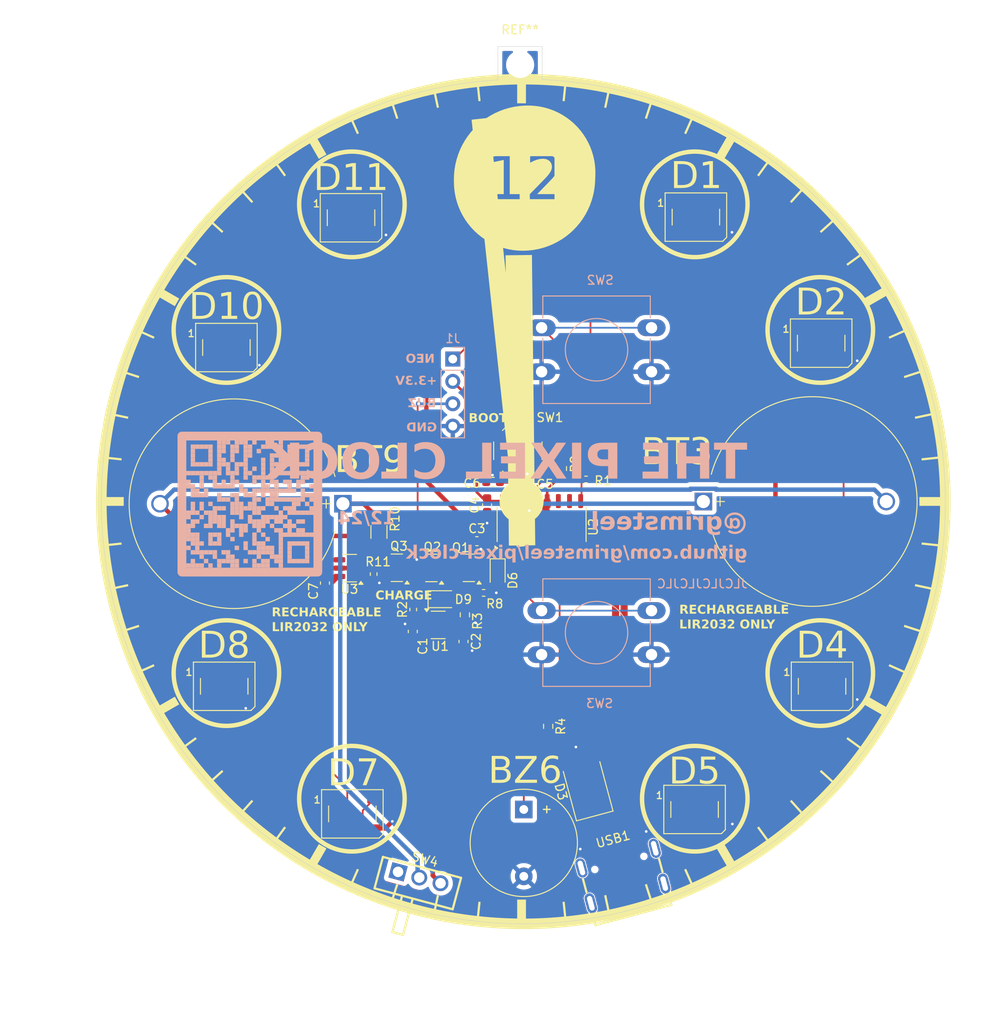
<source format=kicad_pcb>
(kicad_pcb (version 20241129) (generator "pcbnew") (generator_version "9.0")
  (layers (0 "F.Cu" signal) (2 "B.Cu" signal) (13 "F.Paste" user) (15 "B.Paste" user) (5 "F.SilkS" user "F.Silkscreen") (7 "B.SilkS" user "B.Silkscreen") (1 "F.Mask" user) (3 "B.Mask" user) (25 "Edge.Cuts" user))
  (net 0 "")
  (net 1 "BUZ")
  (net 2 "GND")
  (net 3 "+BATT")
  (net 4 "VBUS")
  (net 5 "+5V")
  (net 6 "+3.3V")
  (net 7 "Net-(U3-VCC)")
  (net 8 "Net-(D9-K)")
  (net 9 "-BATT")
  (net 10 "D+")
  (net 11 "BATT")
  (net 12 "D-")
  (net 15 "Net-(Q2-G)")
  (net 16 "Net-(Q2-D)")
  (net 17 "Net-(Q3-G)")
  (net 18 "WS2812B")
  (net 19 "Net-(U1-~{CHRG})")
  (net 20 "Net-(U1-PROG)")
  (net 21 "Net-(R9-Pad2)")
  (net 22 "Net-(U3-CS)")
  (net 23 "BTN1")
  (net 24 "BTN2")
  (net 27 "RST")
  (net 30 "Net-(U2-P1.1{slash}T2EX{slash}CAP2{slash}TIN1{slash}VBUS2{slash}AIN0)")
  (net 32 "Net-(D2-DOUT)")
  (net 33 "Net-(D4-DOUT)")
  (net 35 "Net-(D1-DOUT)")
  (net 36 "Net-(D5-DOUT)")
  (net 42 "Net-(D7-DOUT)")
  (net 43 "Net-(D10-DIN)")
  (net 44 "Net-(D10-DOUT)")
  (net 50 "Net-(BZ6-+)")
  (footprint "Package_TO_SOT_SMD:SOT-23-6" (layer "F.Cu") (at 187.25 82.07 180)
    (property "Reference" "U3")
    (property "Value" "DW01A")
  )
  (footprint "Package_TO_SOT_SMD:SOT-23" (layer "F.Cu") (at 200.8275 82.04 180)
    (property "Reference" "Q1")
    (property "Value" "AO3401A")
  )
  (footprint "Resistor_SMD:R_0603_1608Metric" (layer "F.Cu") (at 209.85 100.05 -90)
    (property "Reference" "R4")
    (property "Value" "220")
  )
  (footprint "Resistor_SMD:R_0402_1005Metric" (layer "F.Cu") (at 190 82.75 -90)
    (property "Reference" "R11")
    (property "Value" "1K")
  )
  (footprint "Capacitor_SMD:C_0603_1608Metric" (layer "F.Cu") (at 194.45 89.27 -90)
    (property "Reference" "C1")
    (property "Value" "10 uF")
  )
  (footprint "MountingHole:MountingHole_3mm" (layer "F.Cu") (at 206.66 24.87)
    (property "Reference" "REF**")
    (property "Value" "MountingHole_3mm")
  )
  (footprint "LED_SMD:LED_WS2812B_PLCC4_5.0x5.0mm_P3.2mm" (layer "F.Cu") (at 226.65 42.175)
    (property "Reference" "D1")
    (property "Value" "WS2812B")
  )
  (footprint "Package_TO_SOT_SMD:SOT-23-6" (layer "F.Cu") (at 197.3375 88.525)
    (property "Reference" "U1")
    (property "Value" "TP4057")
  )
  (footprint "LED_SMD:LED_WS2812B_PLCC4_5.0x5.0mm_P3.2mm" (layer "F.Cu") (at 187.425 42.25)
    (property "Reference" "D11")
    (property "Value" "WS2812B")
  )
  (footprint "Capacitor_SMD:C_0603_1608Metric" (layer "F.Cu") (at 202.9 74.9 90)
    (property "Reference" "C4")
    (property "Value" "100 nF")
  )
  (footprint "Package_TO_SOT_SMD:SOT-23" (layer "F.Cu") (at 196.5625 82.05 180)
    (property "Reference" "Q2")
    (property "Value" "AO3400A")
  )
  (footprint "Resistor_SMD:R_0805_2012Metric" (layer "F.Cu") (at 211.2 70.75 90)
    (property "Reference" "R9")
    (property "Value" "10K")
  )
  (footprint "LED_SMD:LED_WS2812B_PLCC4_5.0x5.0mm_P3.2mm" (layer "F.Cu") (at 173 95.5)
    (property "Reference" "D8")
    (property "Value" "WS2812B")
  )
  (footprint "Buzzer_Beeper:Buzzer_12x9.5RM7.6" (layer "F.Cu") (at 207.075 109.5 -90)
    (property "Reference" "BZ6")
    (property "Value" "Buzzer")
  )
  (footprint "Resistor_SMD:R_0603_1608Metric" (layer "F.Cu") (at 200.375 87.375 -90)
    (property "Reference" "R3")
    (property "Value" "27K")
  )
  (footprint "Package_SO:STC_SOP-16_3.9x9.9mm_P1.27mm" (layer "F.Cu") (at 209.1 77.1 90)
    (property "Reference" "U2")
    (property "Value" "CH552G")
  )
  (footprint "LED_SMD:LED_0805_2012Metric" (layer "F.Cu") (at 197.875 85.6)
    (property "Reference" "D9")
    (property "Value" "LED")
  )
  (footprint "LED_SMD:LED_WS2812B_PLCC4_5.0x5.0mm_P3.2mm" (layer "F.Cu") (at 241 95.5)
    (property "Reference" "D4")
    (property "Value" "WS2812B")
  )
  (footprint "Battery:BatteryHolder_MYOUNG_BS-07-A1BJ001_CR2032" (layer "F.Cu") (at 227.5 74.5)
    (property "Reference" "BT3")
    (property "Value" "Battery_Cell")
  )
  (footprint "Button_Switch_SMD:SW_Push_1P1T_XKB_TS-1187A" (layer "F.Cu") (at 206.4 68.725)
    (property "Reference" "SW1")
    (property "Value" "SW_Push")
  )
  (footprint "Resistor_SMD:R_0402_1005Metric" (layer "F.Cu") (at 194.5 86.775 -90)
    (property "Reference" "R2")
    (property "Value" "1K")
  )
  (footprint "lcsc-imports:SW-TH_K3-1260D-L1" (layer "F.Cu") (at 195.187919 117.238121 75)
    (property "Reference" "SW4")
    (property "Value" "SW_SPDT")
  )
  (footprint "Package_TO_SOT_SMD:SOT-23" (layer "F.Cu") (at 192.6375 82.03 180)
    (property "Reference" "Q3")
    (property "Value" "AO3400A")
  )
  (footprint "LED_SMD:LED_WS2812B_PLCC4_5.0x5.0mm_P3.2mm" (layer "F.Cu") (at 226.5 109.5)
    (property "Reference" "D5")
    (property "Value" "WS2812B")
  )
  (footprint "Diode_SMD:D_SOD-323" (layer "F.Cu") (at 204.1 82.625 -90)
    (property "Reference" "D6")
    (property "Value" "1N5819WS")
  )
  (footprint "Capacitor_SMD:C_0603_1608Metric" (layer "F.Cu") (at 200.22 90.41 -90)
    (property "Reference" "C2")
    (property "Value" "100 nF")
  )
  (footprint "Resistor_SMD:R_0402_1005Metric" (layer "F.Cu") (at 214.15 72)
    (property "Reference" "R1")
    (property "Value" "330")
  )
  (footprint "Resistor_SMD:R_0402_1005Metric" (layer "F.Cu") (at 202.51 84.88)
    (property "Reference" "R8")
    (property "Value" "100K")
  )
  (footprint "Capacitor_SMD:C_0603_1608Metric" (layer "F.Cu") (at 203.58 72.27)
    (property "Reference" "C6")
    (property "Value" "10 uF")
  )
  (footprint "lcsc-imports:USB-C_UC09-0B16F00P11" (layer "F.Cu") (at 218.25681 116.742998 15)
    (property "Reference" "USB1")
    (property "Value" "UC09-0B16F00P11")
  )
  (footprint "Capacitor_SMD:C_0603_1608Metric" (layer "F.Cu") (at 184.46 83.765 -90)
    (property "Reference" "C7")
    (property "Value" "100 nF")
  )
  (footprint "Battery:BatteryHolder_MYOUNG_BS-07-A1BJ001_CR2032" (layer "F.Cu") (at 186.5 74.75 180)
    (property "Reference" "BT9")
    (property "Value" "Battery_Cell")
  )
  (footprint "LED_SMD:LED_WS2812B_PLCC4_5.0x5.0mm_P3.2mm" (layer "F.Cu") (at 240.9 56.5)
    (property "Reference" "D2")
    (property "Value" "WS2812B")
  )
  (footprint "LED_SMD:LED_WS2812B_PLCC4_5.0x5.0mm_P3.2mm" (layer "F.Cu") (at 187.575 110)
    (property "Reference" "D7")
    (property "Value" "WS2812B")
  )
  (footprint "Diode_SMD:D_SMB" (layer "F.Cu") (at 214.2 106.7 105)
    (property "Reference" "D3")
    (property "Value" "P6SMB6.8CA")
  )
  (footprint "LED_SMD:LED_WS2812B_PLCC4_5.0x5.0mm_P3.2mm" (layer "F.Cu") (at 173.25 57)
    (property "Reference" "D10")
    (property "Value" "WS2812B")
  )
  (footprint "Resistor_SMD:R_1206_3216Metric" (layer "F.Cu") (at 190.6 77.9625 -90)
    (property "Reference" "R10")
    (property "Value" "100")
  )
  (footprint "Capacitor_SMD:C_0603_1608Metric" (layer "F.Cu") (at 206.62 72.35)
    (property "Reference" "C5")
    (property "Value" "100 nF")
  )
  (footprint "Capacitor_SMD:C_0603_1608Metric" (layer "F.Cu") (at 201.74 79.01)
    (property "Reference" "C3")
    (property "Value" "1 uF")
  )
  (footprint "custom-footprints:qrcode" (layer "B.Cu") (at 175.94 74.77 180)
    (property "Reference" "QR*****" (hide yes))
    (property "Value" "https://github.com/grimsteel/pixel-clock" (hide yes))
  )
  (footprint "Button_Switch_THT:SW_PUSH-12mm" (layer "B.Cu") (at 221.6 86.9 180)
    (property "Reference" "SW3")
    (property "Value" "SW_Push")
  )
  (footprint "Button_Switch_THT:SW_PUSH-12mm" (layer "B.Cu") (at 221.6 54.75 180)
    (property "Reference" "SW2")
    (property "Value" "SW_Push")
  )
  (footprint "Connector_PinHeader_2.54mm:PinHeader_1x04_P2.54mm_Vertical" (layer "B.Cu") (at 199 58.31 180)
    (property "Reference" "J1")
    (property "Value" "Conn_01x04_Pin")
  )
  (gr_poly (pts (xy 167.885299 51.434617) (xy 165.720236 50.184617) (xy 165.407736 50.725883) (xy 165.220236 51.050643) (xy 167.385299 52.300643)) (fill yes) (layer "F.SilkS"))
  (gr_poly (pts (xy 225.316957 116.338177) (xy 226.130431 118.165268) (xy 226.358817 118.063584) (xy 225.545344 116.236493)) (fill yes) (layer "F.SilkS"))
  (gr_poly (pts (xy 180.032901 111.578631) (xy 178.85733 113.196665) (xy 178.655076 113.049718) (xy 179.830647 111.431684)) (fill yes) (layer "F.SilkS"))
  (gr_poly (pts (xy 221.079359 117.964838) (xy 221.697393 119.866952) (xy 221.459628 119.944206) (xy 220.841594 118.042093)) (fill yes) (layer "F.SilkS"))
  (gr_poly (pts (xy 252.072949 73.99263) (xy 254.572949 73.99263) (xy 254.572949 74.99263) (xy 252.072949 74.99263)) (fill yes) (layer "F.SilkS"))
  (gr_poly (pts (xy 233.815251 37.553576) (xy 233.612997 37.406629) (xy 234.788568 35.788595) (xy 234.990822 35.935542)) (fill yes) (layer "F.SilkS"))
  (gr_poly (pts (xy 211.689868 121.994117) (xy 211.938498 121.967984) (xy 211.729441 119.978941) (xy 211.480811 120.005073)) (fill yes) (layer "F.SilkS"))
  (gr_circle (center 173.25 94) (end 179.25 94) (stroke (width 0.5)) (fill no) (layer "F.SilkS"))
  (gr_poly (pts (xy 172.740432 43.972798) (xy 171.254142 42.634537) (xy 171.421425 42.44875) (xy 172.907715 43.787012)) (fill yes) (layer "F.SilkS"))
  (gr_poly (pts (xy 253.503508 84.542682) (xy 253.555486 84.298145) (xy 251.599191 83.882321) (xy 251.547213 84.126858)) (fill yes) (layer "F.SilkS"))
  (gr_poly (pts (xy 250.393903 94.028498) (xy 250.495587 93.800112) (xy 248.668496 92.986638) (xy 248.566812 93.215025)) (fill yes) (layer "F.SilkS"))
  (gr_poly (pts (xy 178.85733 35.788595) (xy 178.655076 35.935542) (xy 179.830647 37.553576) (xy 180.032901 37.406629)) (fill yes) (layer "F.SilkS"))
  (gr_circle (center 187.524991 108.274991) (end 193.524991 108.274991) (stroke (width 0.5)) (fill no) (layer "F.SilkS"))
  (gr_poly (pts (xy 162.046707 83.882321) (xy 160.090412 84.298145) (xy 160.14239 84.542682) (xy 162.098685 84.126858)) (fill yes) (layer "F.SilkS"))
  (gr_poly (pts (xy 234.788568 113.196665) (xy 234.990822 113.049718) (xy 233.815251 111.431684) (xy 233.612997 111.578631)) (fill yes) (layer "F.SilkS"))
  (gr_poly (pts (xy 183.380962 32.889917) (xy 182.514936 33.389917) (xy 183.764936 35.55498) (xy 184.630962 35.05498)) (fill yes) (layer "F.SilkS"))
  (gr_poly (pts (xy 192.566539 117.964838) (xy 192.804304 118.042093) (xy 192.18627 119.944206) (xy 191.948505 119.866952)) (fill yes) (layer "F.SilkS"))
  (gr_circle (center 226.524991 108.274991) (end 232.524991 108.274991) (stroke (width 0.5)) (fill no) (layer "F.SilkS"))
  (gr_poly (pts (xy 202.165087 28.980187) (xy 201.916457 29.006319) (xy 201.7074 27.017276) (xy 201.95603 26.991143)) (fill yes) (layer "F.SilkS"))
  (gr_poly (pts (xy 237.528567 108.407864) (xy 238.866829 109.894154) (xy 238.681042 110.061437) (xy 237.342781 108.575147)) (fill yes) (layer "F.SilkS"))
  (gr_poly (pts (xy 229.880962 35.55498) (xy 231.130962 33.389917) (xy 230.589696 33.077417) (xy 230.264936 32.889917) (xy 229.014936 35.05498)) (fill yes) (layer "F.SilkS"))
  (gr_poly (pts (xy 169.883895 47.500328) (xy 169.736948 47.702582) (xy 168.118914 46.527011) (xy 168.265861 46.324757)) (fill yes) (layer "F.SilkS"))
  (gr_poly (pts (xy 216.457177 119.216894) (xy 216.873001 121.173189) (xy 216.628464 121.225167) (xy 216.21264 119.268872)) (fill yes) (layer "F.SilkS"))
  (gr_poly (pts (xy 164.977402 55.998622) (xy 163.150311 55.185148) (xy 163.251995 54.956762) (xy 165.079086 55.770235)) (fill yes) (layer "F.SilkS"))
  (gr_poly (pts (xy 242.391756 42.634537) (xy 242.224473 42.44875) (xy 240.738183 43.787012) (xy 240.905466 43.972798)) (fill yes) (layer "F.SilkS"))
  (gr_poly (pts (xy 211.729441 29.006319) (xy 211.938498 27.017276) (xy 211.689868 26.991143) (xy 211.480811 28.980187)) (fill yes) (layer "F.SilkS"))
  (gr_poly (pts (xy 163.273486 60.473985) (xy 161.371373 59.855951) (xy 161.448627 59.618186) (xy 163.350741 60.23622)) (fill yes) (layer "F.SilkS"))
  (gr_poly (pts (xy 248.113162 50.509377) (xy 247.925662 50.184617) (xy 245.760599 51.434617) (xy 246.260599 52.300643) (xy 248.425662 51.050643)) (fill yes) (layer "F.SilkS"))
  (gr_poly (pts (xy 192.18627 29.041054) (xy 191.948505 29.118308) (xy 192.566539 31.020422) (xy 192.804304 30.943167)) (fill yes) (layer "F.SilkS"))
  (gr_poly (pts (xy 169.883895 101.484932) (xy 168.265861 102.660503) (xy 168.118914 102.458249) (xy 169.736948 101.282678)) (fill yes) (layer "F.SilkS"))
  (gr_circle (center 240.799982 55) (end 246.799982 55) (stroke (width 0.5)) (fill no) (layer "F.SilkS"))
  (gr_poly (pts (xy 197.188721 119.216894) (xy 197.433258 119.268872) (xy 197.017434 121.225167) (xy 196.772897 121.173189)) (fill yes) (layer "F.SilkS"))
  (gr_poly (pts (xy 254.324436 69.625711) (xy 254.298303 69.377081) (xy 252.30926 69.586138) (xy 252.335392 69.834768)) (fill yes) (layer "F.SilkS"))
  (gr_poly (pts (xy 250.495587 55.185148) (xy 250.393903 54.956762) (xy 248.566812 55.770235) (xy 248.668496 55.998622)) (fill yes) (layer "F.SilkS"))
  (gr_poly (pts (xy 187.515467 30.819992) (xy 187.287081 30.921676) (xy 188.100554 32.748767) (xy 188.328941 32.647083)) (fill yes) (layer "F.SilkS"))
  (gr_poly (pts (xy 206.322949 119.74263) (xy 206.322949 122.24263) (xy 206.947949 122.24263) (xy 207.322949 122.24263) (xy 207.322949 119.74263)) (fill yes) (layer "F.SilkS"))
  (gr_poly (pts (xy 162.046707 65.102939) (xy 160.090412 64.687115) (xy 160.14239 64.442578) (xy 162.098685 64.858402)) (fill yes) (layer "F.SilkS"))
  (gr_poly (pts (xy 216.457177 29.768366) (xy 216.21264 29.716388) (xy 216.628464 27.760093) (xy 216.873001 27.812071)) (fill yes) (layer "F.SilkS"))
  (gr_circle (center 226.524991 40.725009) (end 232.524991 40.725009) (stroke (width 0.5)) (fill no) (layer "F.SilkS"))
  (gr_poly (pts (xy 201.916457 119.978941) (xy 202.165087 120.005073) (xy 201.95603 121.994117) (xy 201.7074 121.967984)) (fill yes) (layer "F.SilkS"))
  (gr_poly (pts (xy 163.150311 93.800112) (xy 163.251995 94.028498) (xy 165.079086 93.215025) (xy 164.977402 92.986638)) (fill yes) (layer "F.SilkS"))
  (gr_poly (pts (xy 203.125181 30.887547) (xy 201.136715 31.102037) (xy 205.264097 69.365491) (arc (start 205.30013 72.509952) (mid 204.323114 74.521277) (end 205.345965 76.509686)) (xy 205.380341 79.50949) (xy 208.380144 79.475114) (arc (start 208.345768 76.475311) (mid 209.322785 74.463983) (end 208.299933 72.475573)) (xy 208.002038 46.479841) (xy 205.002235 46.514216) (xy 205.024991 48.5)) (fill yes) (layer "F.SilkS"))
  (gr_circle (center 207.024991 74.5) (end 255.024991 74.5) (stroke (width 1.2)) (fill no) (layer "F.SilkS"))
  (gr_poly (pts (xy 188.100554 116.236493) (xy 187.287081 118.063584) (xy 187.515467 118.165268) (xy 188.328941 116.338177)) (fill yes) (layer "F.SilkS"))
  (gr_circle (center 187.524991 40.725009) (end 193.524991 40.725009) (stroke (width 0.5)) (fill no) (layer "F.SilkS"))
  (gr_circle (center 240.799982 94) (end 246.799982 94) (stroke (width 0.5)) (fill no) (layer "F.SilkS"))
  (gr_poly (pts (xy 184.630962 113.93028) (xy 183.380962 116.095343) (xy 182.839696 115.782843) (xy 182.514936 115.595343) (xy 183.764936 113.43028)) (fill yes) (layer "F.SilkS"))
  (gr_poly (pts (xy 243.90895 101.282678) (xy 245.526984 102.458249) (xy 245.380037 102.660503) (xy 243.762003 101.484932)) (fill yes) (layer "F.SilkS"))
  (gr_poly (pts (xy 243.90895 47.702582) (xy 245.526984 46.527011) (xy 245.380037 46.324757) (xy 243.762003 47.500328)) (fill yes) (layer "F.SilkS"))
  (gr_poly (pts (xy 197.433258 29.716388) (xy 197.017434 27.760093) (xy 196.772897 27.812071) (xy 197.188721 29.768366)) (fill yes) (layer "F.SilkS"))
  (gr_line (start 207.120394 79.48955) (end 206.364943 79.571038) (stroke (width 0.2)) (layer "F.SilkS"))
  (gr_poly (pts (xy 251.547213 64.858402) (xy 253.503508 64.442578) (xy 253.555486 64.687115) (xy 251.599191 65.102939)) (fill yes) (layer "F.SilkS"))
  (gr_poly (pts (xy 176.117331 108.407864) (xy 174.779069 109.894154) (xy 174.964856 110.061437) (xy 176.303117 108.575147)) (fill yes) (layer "F.SilkS"))
  (gr_circle (center 173.25 55) (end 179.25 55) (stroke (width 0.5)) (fill no) (layer "F.SilkS"))
  (gr_poly (pts (xy 250.372412 60.473985) (xy 250.295157 60.23622) (xy 252.197271 59.618186) (xy 252.274525 59.855951)) (fill yes) (layer "F.SilkS"))
  (gr_poly (pts (xy 161.336638 69.586138) (xy 161.310506 69.834768) (xy 159.321462 69.625711) (xy 159.347595 69.377081)) (fill yes) (layer "F.SilkS"))
  (gr_poly (pts (xy 207.322949 29.24263) (xy 207.322949 26.74263) (xy 206.322949 26.74263) (xy 206.322949 29.24263)) (fill yes) (layer "F.SilkS"))
  (gr_poly (pts (xy 246.260599 96.684617) (xy 248.425662 97.934617) (xy 247.925662 98.800643) (xy 245.760599 97.550643)) (fill yes) (layer "F.SilkS"))
  (gr_poly (pts (xy 254.298303 79.608179) (xy 254.324436 79.359549) (xy 252.335392 79.150492) (xy 252.30926 79.399122)) (fill yes) (layer "F.SilkS"))
  (gr_poly (pts (xy 161.336638 79.399122) (xy 159.347595 79.608179) (xy 159.321462 79.359549) (xy 161.310506 79.150492)) (fill yes) (layer "F.SilkS"))
  (gr_poly (pts (xy 240.738183 105.198248) (xy 240.905466 105.012462) (xy 242.391756 106.350723) (xy 242.224473 106.53651)) (fill yes) (layer "F.SilkS"))
  (gr_poly (pts (xy 167.385299 96.684617) (xy 165.220236 97.934617) (xy 165.720236 98.800643) (xy 167.885299 97.550643)) (fill yes) (layer "F.SilkS"))
  (gr_poly (pts (xy 229.880962 113.43028) (xy 231.130962 115.595343) (xy 230.589696 115.907843) (xy 230.264936 116.095343) (xy 229.014936 113.93028)) (fill yes) (layer "F.SilkS"))
  (gr_poly (pts (xy 221.697393 29.118308) (xy 221.459628 29.041054) (xy 220.841594 30.943167) (xy 221.079359 31.020422)) (fill yes) (layer "F.SilkS"))
  (gr_poly (pts (xy 176.117331 40.577396) (xy 174.779069 39.091106) (xy 174.964856 38.923823) (xy 176.303117 40.410113)) (fill yes) (layer "F.SilkS"))
  (gr_line (start 206.364943 79.571038) (end 206.357097 79.498297) (stroke (width 0.2)) (layer "F.SilkS"))
  (gr_poly (pts (xy 161.572949 73.99263) (xy 159.072949 73.99263) (xy 159.072949 74.61763) (xy 159.072949 74.99263) (xy 161.572949 74.99263)) (fill yes) (layer "F.SilkS"))
  (gr_poly (pts (xy 163.273486 88.511275) (xy 163.350741 88.74904) (xy 161.448627 89.367074) (xy 161.371373 89.129309)) (fill yes) (layer "F.SilkS"))
  (gr_poly (pts (xy 226.358817 30.921676) (xy 226.130431 30.819992) (xy 225.316957 32.647083) (xy 225.545344 32.748767)) (fill yes) (layer "F.SilkS"))
  (gr_poly (pts (xy 238.866829 39.091106) (xy 238.681042 38.923823) (xy 237.342781 40.410113) (xy 237.528567 40.577396)) (fill yes) (layer "F.SilkS"))
  (gr_poly (pts (xy 172.740432 105.012462) (xy 172.907715 105.198248) (xy 171.421425 106.53651) (xy 171.254142 106.350723)) (fill yes) (layer "F.SilkS"))
  (gr_poly (pts (xy 250.372412 88.511275) (xy 252.274525 89.129309) (xy 252.197271 89.367074) (xy 250.295157 88.74904)) (fill yes) (layer "F.SilkS"))
  (gr_rect (start 168.19 67.06) (end 183.65 82.52) (stroke (width 1)) (fill no) (layer "B.SilkS"))
  (gr_line (start 209.17 22.79) (end 204.13 22.79) (stroke (width 0.05)) (layer "Edge.Cuts"))
  (gr_line (start 204.13 26.59) (end 204.13 22.79) (stroke (width 0.05)) (layer "Edge.Cuts"))
  (gr_arc (start 209.168876 26.550518) (mid 207.401062 122.495913) (end 204.13 26.59) (stroke (width 0.05)) (layer "Edge.Cuts"))
  (gr_line (start 209.17 26.55) (end 209.17 22.79) (stroke (width 0.05)) (layer "Edge.Cuts"))
  (gr_text "BOOT" (at 200.8 65.65 0) (layer "F.SilkS") (effects (font (size 1 1) (thickness 0.25) (bold yes)) (justify left bottom)))
  (gr_text "RECHARGEABLE\nLIR2032 ONLY" (at 178.4 89.4 0) (layer "F.SilkS") (effects (font (size 1 1) (thickness 0.25) (bold yes)) (justify left bottom)))
  (gr_text "CHARGE" (at 190.2 85.8 0) (layer "F.SilkS") (effects (font (size 1 1) (thickness 0.25) (bold yes)) (justify left bottom)))
  (gr_text "RECHARGEABLE\nLIR2032 ONLY" (at 224.75 89.1 0) (layer "F.SilkS") (effects (font (size 1 1) (thickness 0.25) (bold yes)) (justify left bottom)))
  (gr_text "12" (at 202.8 41 0) (layer "F.SilkS" knockout) (effects (font (size 5 5) (thickness 0.5)) (justify left bottom)))
  (gr_text "BUZ" (at 197.1 63.95 0) (layer "B.SilkS") (effects (font (size 1 1) (thickness 0.25) (bold yes)) (justify left bottom mirror)))
  (gr_text "GND" (at 197.2 66.7 0) (layer "B.SilkS") (effects (font (size 1 1) (thickness 0.25) (bold yes)) (justify left bottom mirror)))
  (gr_text "12/24" (at 192.504745 77.35 0) (layer "B.SilkS") (effects (font (size 1.5 1.5) (thickness 0.25) (bold yes)) (justify left bottom mirror)))
  (gr_text "+3.3V" (at 197.2 61.4 0) (layer "B.SilkS") (effects (font (size 1 1) (thickness 0.25) (bold yes)) (justify left bottom mirror)))
  (gr_text "@grimsteel" (at 232.5 78.05 0) (layer "B.SilkS") (effects (font (size 2 2) (thickness 0.375) (bold yes)) (justify left bottom mirror)))
  (gr_text "THE PIXEL CLOCK" (at 232.5 72.575 0) (layer "B.SilkS") (effects (font (size 4 4) (thickness 0.25) (bold yes)) (justify left bottom mirror)))
  (gr_text "JLCJLCJLCJLC" (at 227.37 83.85 0) (layer "B.SilkS") (effects (font (size 1 1)) (justify mirror)))
  (gr_text "NEO" (at 196.95 58.9 0) (layer "B.SilkS") (effects (font (size 1 1) (thickness 0.25) (bold yes)) (justify left bottom mirror)))
  (gr_text "github.com/grimsteel/pixel-clock" (at 232.5 81.25 0) (layer "B.SilkS") (effects (font (size 1.5 1.5) (thickness 0.375) (bold yes)) (justify left bottom mirror)))
  (segment (start 205.3 81.75) (end 205.3 78.9) (width 0.2) (layer "F.Cu") (net 1))
  (segment (start 195 75.704468) (end 201.545532 82.25) (width 0.2) (layer "F.Cu") (net 1))
  (segment (start 209.85 96.35) (end 211.15 95.05) (width 0.2) (layer "F.Cu") (net 1))
  (segment (start 201.545532 82.25) (end 204.8 82.25) (width 0.2) (layer "F.Cu") (net 1))
  (segment (start 211.15 84.75) (end 211.15 95.05) (width 0.2) (layer "F.Cu") (net 1))
  (segment (start 195.06 63.39) (end 195 63.45) (width 0.2) (layer "F.Cu") (net 1))
  (segment (start 195 63.45) (end 195 75.704468) (width 0.2) (layer "F.Cu") (net 1))
  (segment (start 209.85 99.225) (end 209.85 96.35) (width 0.2) (layer "F.Cu") (net 1))
  (segment (start 207.195 79.75) (end 207.195 80.795) (width 0.2) (layer "F.Cu") (net 1))
  (segment (start 207.195 80.795) (end 211.15 84.75) (width 0.2) (layer "F.Cu") (net 1))
  (segment (start 206.3 78.45) (end 207.195 79.345) (width 0.2) (layer "F.Cu") (net 1))
  (segment (start 204.8 82.25) (end 205.3 81.75) (width 0.2) (layer "F.Cu") (net 1))
  (segment (start 195.1 63.39) (end 195.06 63.39) (width 0.2) (layer "F.Cu") (net 1))
  (segment (start 205.3 78.9) (end 205.75 78.45) (width 0.2) (layer "F.Cu") (net 1))
  (segment (start 205.75 78.45) (end 206.3 78.45) (width 0.2) (layer "F.Cu") (net 1))
  (segment (start 207.195 79.345) (end 207.195 79.75) (width 0.2) (layer "F.Cu") (net 1))
  (via (at 195.1 63.39) (size 0.6) (drill 0.3) (layers "F.Cu" "B.Cu") (net 1))
  (segment (start 195.1 63.39) (end 199 63.39) (width 0.3) (layer "B.Cu") (net 1))
  (segment (start 244.85 97.15) (end 245 97) (width 0.4) (layer "F.Cu") (net 2))
  (segment (start 193.575 81.08) (end 194.88 81.08) (width 0.4) (layer "F.Cu") (net 2))
  (segment (start 213.643539 104.623259) (end 213.643539 103.043539) (width 0.5) (layer "F.Cu") (net 2))
  (segment (start 202.2 79.9) (end 202.515 79.585) (width 0.3) (layer "F.Cu") (net 2))
  (segment (start 220.731783 113.615874) (end 221 112) (width 0.4) (layer "F.Cu") (net 2))
  (segment (start 214.549858 115.272315) (end 213.5 114) (width 0.4) (layer "F.Cu") (net 2))
  (segment (start 191.325 111.65) (end 192.125 110.85) (width 0.5) (layer "F.Cu") (net 2))
  (segment (start 194.45 88.495) (end 196.17 88.495) (width 0.3) (layer "F.Cu") (net 2))
  (segment (start 213.643539 103.043539) (end 213 102.4) (width 0.5) (layer "F.Cu") (net 2))
  (segment (start 202.9 75.38) (end 202.9 76.95) (width 0.3) (layer "F.Cu") (net 2))
  (segment (start 228.95 111.15) (end 230.8 111.15) (width 0.3) (layer "F.Cu") (net 2))
  (segment (start 202.515 79.585) (end 202.515 79.01) (width 0.3) (layer "F.Cu") (net 2))
  (segment (start 175.45 97.15) (end 175.45 98) (width 0.3) (layer "F.Cu") (net 2))
  (segment (start 207.195 75.020778) (end 207.71 75.535778) (width 0.4) (layer "F.Cu") (net 2))
  (segment (start 202.22 79.88) (end 202.2 79.9) (width 0.2) (layer "F.Cu") (net 2))
  (segment (start 243.45 97.15) (end 244.85 97.15) (width 0.4) (layer "F.Cu") (net 2))
  (segment (start 243.35 58.15) (end 243.7 58.5) (width 0.4) (layer "F.Cu") (net 2))
  (segment (start 190.16 83.26) (end 190.65 83.75) (width 0.5) (layer "F.Cu") (net 2))
  (segment (start 243.7 58.5) (end 245 58.5) (width 0.4) (layer "F.Cu") (net 2))
  (segment (start 203.945 84.88) (end 203.95 84.875) (width 0.3) (layer "F.Cu") (net 2))
  (segment (start 194.88 81.08) (end 194.9 81.1) (width 0.4) (layer "F.Cu") (net 2))
  (segment (start 207.195 74.45) (end 207.195 75.020778) (width 0.4) (layer "F.Cu") (net 2))
  (segment (start 200.22 91.185) (end 200.935 91.185) (width 0.5) (layer "F.Cu") (net 2))
  (segment (start 194.45 88.495) (end 193.655 88.495) (width 0.3) (layer "F.Cu") (net 2))
  (segment (start 190.025 111.65) (end 191.325 111.65) (width 0.5) (layer "F.Cu") (net 2))
  (segment (start 189.875 43.9) (end 191.1 43.9) (width 0.3) (layer "F.Cu") (net 2))
  (segment (start 191.1 43.9) (end 191.4 44.2) (width 0.3) (layer "F.Cu") (net 2))
  (segment (start 175.7 58.65) (end 176.65 58.65) (width 0.4) (layer "F.Cu") (net 2))
  (segment (start 193.655 88.495) (end 193.57 88.41) (width 0.3) (layer "F.Cu") (net 2))
  (segment (start 196.17 88.495) (end 196.2 88.525) (width 0.3) (layer "F.Cu") (net 2))
  (segment (start 190 83.26) (end 190.16 83.26) (width 0.5) (layer "F.Cu") (net 2))
  (segment (start 229.1 43.825) (end 230.675 43.825) (width 0.3) (layer "F.Cu") (net 2))
  (segment (start 207.395 72.35) (end 207.395 71.445) (width 0.3) (layer "F.Cu") (net 2))
  (segment (start 200.375 88.2) (end 201.5 88.2) (width 0.5) (layer "F.Cu") (net 2))
  (segment (start 203.02 84.88) (end 203.945 84.88) (width 0.3) (layer "F.Cu") (net 2))
  (segment (start 200.935 91.185) (end 201.2 91.45) (width 0.5) (layer "F.Cu") (net 2))
  (segment (start 176.65 58.65) (end 177 59) (width 0.4) (layer "F.Cu") (net 2))
  (segment (start 201.5 88.2) (end 201.575 88.275) (width 0.5) (layer "F.Cu") (net 2))
  (segment (start 207.395 71.445) (end 207.48 71.36) (width 0.3) (layer "F.Cu") (net 2))
  (segment (start 202.805 72.215) (end 203.52 71.5) (width 0.3) (layer "F.Cu") (net 2))
  (segment (start 202.805 72.27) (end 202.805 72.215) (width 0.3) (layer "F.Cu") (net 2))
  (segment (start 230.675 43.825) (end 230.75 43.9) (width 0.3) (layer "F.Cu") (net 2))
  (via (at 202.2 79.9) (size 0.6) (drill 0.3) (layers "F.Cu" "B.Cu") (net 2))
  (via (at 203.52 71.5) (size 0.6) (drill 0.3) (layers "F.Cu" "B.Cu") (net 2))
  (via (at 191.4 44.2) (size 0.6) (drill 0.3) (layers "F.Cu" "B.Cu") (net 2))
  (via (at 230.8 111.15) (size 0.6) (drill 0.3) (layers "F.Cu" "B.Cu") (net 2))
  (via (at 203.95 84.875) (size 0.6) (drill 0.3) (layers "F.Cu" "B.Cu") (net 2))
  (via (at 230.75 43.9) (size 0.6) (drill 0.3) (layers "F.Cu" "B.Cu") (net 2))
  (via (at 177 59) (size 0.6) (drill 0.3) (layers "F.Cu" "B.Cu") (net 2))
  (via (at 194.9 81.1) (size 0.6) (drill 0.3) (layers "F.Cu" "B.Cu") (net 2))
  (via (at 245 97) (size 0.6) (drill 0.3) (layers "F.Cu" "B.Cu") (net 2))
  (via (at 175.45 98) (size 0.6) (drill 0.3) (layers "F.Cu" "B.Cu") (net 2))
  (via (at 201.575 88.275) (size 0.6) (drill 0.3) (layers "F.Cu" "B.Cu") (net 2))
  (via (at 190.65 83.75) (size 0.6) (drill 0.3) (layers "F.Cu" "B.Cu") (net 2))
  (via (at 207.48 71.36) (size 0.6) (drill 0.3) (layers "F.Cu" "B.Cu") (net 2))
  (via (at 213 102.4) (size 0.6) (drill 0.3) (layers "F.Cu" "B.Cu") (net 2))
  (via (at 192.125 110.85) (size 0.6) (drill 0.3) (layers "F.Cu" "B.Cu") (net 2))
  (via (at 201.2 91.45) (size 0.6) (drill 0.3) (layers "F.Cu" "B.Cu") (net 2))
  (via (at 213.5 114) (size 0.6) (drill 0.3) (layers "F.Cu" "B.Cu") (net 2))
  (via (at 245 58.5) (size 0.6) (drill 0.3) (layers "F.Cu" "B.Cu") (net 2))
  (via (at 221 112) (size 0.6) (drill 0.3) (layers "F.Cu" "B.Cu") (net 2))
  (via (at 202.9 76.95) (size 0.6) (drill 0.3) (layers "F.Cu" "B.Cu") (net 2))
  (via (at 193.57 88.41) (size 0.6) (drill 0.3) (layers "F.Cu" "B.Cu") (net 2))
  (via (at 207.71 75.535778) (size 0.6) (drill 0.3) (layers "F.Cu" "B.Cu") (net 2))
  (segment (start 186.5 74.75) (end 188.85 74.75) (width 0.5) (layer "F.Cu") (net 3))
  (segment (start 188.85 74.75) (end 190.6 76.5) (width 0.5) (layer "F.Cu") (net 3))
  (segment (start 195.187919 117.238121) (end 195 117.050202) (width 0.5) (layer "B.Cu") (net 3))
  (segment (start 195 115.2) (end 186.2 106.4) (width 0.5) (layer "B.Cu") (net 3))
  (segment (start 186.5 74.75) (end 227.25 74.75) (width 0.5) (layer "B.Cu") (net 3))
  (segment (start 195 117.050202) (end 195 115.2) (width 0.5) (layer "B.Cu") (net 3))
  (segment (start 186.2 106.4) (end 186.2 75.05) (width 0.5) (layer "B.Cu") (net 3))
  (segment (start 186.2 75.05) (end 186.5 74.75) (width 0.5) (layer "B.Cu") (net 3))
  (segment (start 227.25 74.75) (end 227.5 74.5) (width 0.5) (layer "B.Cu") (net 3))
  (segment (start 202 84.88) (end 202.025 84.905) (width 0.5) (layer "F.Cu") (net 4))
  (segment (start 204.225 110.275) (end 205.675 111.725) (width 0.5) (layer "F.Cu") (net 4))
  (segment (start 204.225 88.25) (end 204.225 90.28) (width 0.5) (layer "F.Cu") (net 4))
  (segment (start 202.45 83.675) (end 204.1 83.675) (width 0.5) (layer "F.Cu") (net 4))
  (segment (start 208.775 111.725) (end 211.723259 108.776741) (width 0.5) (layer "F.Cu") (net 4))
  (segment (start 215.322599 115.06526) (end 215 114) (width 0.5) (layer "F.Cu") (net 4))
  (segment (start 201.28 85.6) (end 202 84.88) (width 0.4) (layer "F.Cu") (net 4))
  (segment (start 198.475 89.475) (end 200.06 89.475) (width 0.5) (layer "F.Cu") (net 4))
  (segment (start 215.76 115.93) (end 215.322599 115.06526) (width 0.5) (layer "F.Cu") (net 4))
  (segment (start 211.723259 108.776741) (end 214.756461 108.776741) (width 0.5) (layer "F.Cu") (net 4))
  (segment (start 215 114) (end 214.9 113.9) (width 0.5) (layer "F.Cu") (net 4))
  (segment (start 202.025 84.905) (end 202.025 86.05) (width 0.5) (layer "F.Cu") (net 4))
  (segment (start 219.9 115.6) (end 220.027692 114.9) (width 0.5) (layer "F.Cu") (net 4))
  (segment (start 200.22 89.635) (end 203.58 89.635) (width 0.5) (layer "F.Cu") (net 4))
  (segment (start 214.9 113.9) (end 214.9 108.92028) (width 0.5) (layer "F.Cu") (net 4))
  (segment (start 202.025 86.05) (end 204.225 88.25) (width 0.5) (layer "F.Cu") (net 4))
  (segment (start 205.675 111.725) (end 208.775 111.725) (width 0.5) (layer "F.Cu") (net 4))
  (segment (start 202 84.88) (end 202 83.225) (width 0.5) (layer "F.Cu") (net 4))
  (segment (start 200.06 89.475) (end 200.22 89.635) (width 0.5) (layer "F.Cu") (net 4))
  (segment (start 199.2375 85.6) (end 201.28 85.6) (width 0.4) (layer "F.Cu") (net 4))
  (segment (start 204.225 90.28) (end 204.225 110.275) (width 0.5) (layer "F.Cu") (net 4))
  (segment (start 214.9 108.92028) (end 214.756461 108.776741) (width 0.5) (layer "F.Cu") (net 4))
  (segment (start 202 83.225) (end 201.765 82.99) (width 0.5) (layer "F.Cu") (net 4))
  (segment (start 201.765 82.99) (end 202.45 83.675) (width 0.5) (layer "F.Cu") (net 4))
  (segment (start 219.959044 113.822929) (end 220.027692 114.9) (width 0.2) (layer "F.Cu") (net 4))
  (segment (start 215.76 115.93) (end 216.5 116.4) (width 0.5) (layer "F.Cu") (net 4))
  (segment (start 203.58 89.635) (end 204.225 90.28) (width 0.5) (layer "F.Cu") (net 4))
  (segment (start 216.5 116.4) (end 219.9 115.6) (width 0.5) (layer "F.Cu") (net 4))
  (segment (start 220.027692 114.9) (end 219.959043 113.822929) (width 0.5) (layer "F.Cu") (net 4))
  (segment (start 203.65 81.125) (end 201.8 81.125) (width 0.5) (layer "F.Cu") (net 5))
  (segment (start 223.3 38.5) (end 232 38.5) (width 0.5) (layer "F.Cu") (net 5))
  (segment (start 193.5 39) (end 196 41.5) (width 0.5) (layer "F.Cu") (net 5))
  (segment (start 166.85 90.15) (end 163.5 86.8) (width 0.5) (layer "F.Cu") (net 5))
  (segment (start 221.275 40.525) (end 224.2 40.525) (width 0.5) (layer "F.Cu") (net 5))
  (segment (start 215.56 46.24) (end 198.76 46.24) (width 0.5) (layer "F.Cu") (net 5))
  (segment (start 196 49) (end 196 42.5) (width 0.5) (layer "F.Cu") (net 5))
  (segment (start 201.650515 78.324485) (end 200.965 79.01) (width 0.5) (layer "F.Cu") (net 5))
  (segment (start 205.845 72.35) (end 205.845 74.37) (width 0.4) (layer "F.Cu") (net 5))
  (segment (start 170.55 93.85) (end 166.85 90.15) (width 0.5) (layer "F.Cu") (net 5))
  (segment (start 201.8 81.125) (end 201.765 81.09) (width 0.5) (layer "F.Cu") (net 5))
  (segment (start 246 56) (end 245.35 56.65) (width 0.5) (layer "F.Cu") (net 5))
  (segment (start 196 42.5) (end 196 41.5) (width 0.5) (layer "F.Cu") (net 5))
  (segment (start 163.5 86.8) (end 163.5 63) (width 0.5) (layer "F.Cu") (net 5))
  (segment (start 236.65 56.65) (end 238.45 54.85) (width 0.5) (layer "F.Cu") (net 5))
  (segment (start 205.845 74.37) (end 205.925 74.45) (width 0.4) (layer "F.Cu") (net 5))
  (segment (start 204.355 72.27) (end 205.765 72.27) (width 0.4) (layer "F.Cu") (net 5))
  (segment (start 224.05 107.85) (end 224.55 107.85) (width 0.5) (layer "F.Cu") (net 5))
  (segment (start 232 38.5) (end 246 52.5) (width 0.5) (layer "F.Cu") (net 5))
  (segment (start 235.7 96.7) (end 238.55 93.85) (width 0.5) (layer "F.Cu") (net 5))
  (segment (start 220.875 40.925) (end 221.275 40.525) (width 0.5) (layer "F.Cu") (net 5))
  (segment (start 201.650515 77.849485) (end 201.650515 78.324485) (width 0.5) (layer "F.Cu") (net 5))
  (segment (start 184.975 108.5) (end 185.125 108.35) (width 0.5) (layer "F.Cu") (net 5))
  (segment (start 235.7 96.7) (end 235.7 57.6) (width 0.5) (layer "F.Cu") (net 5))
  (segment (start 205.925 76.025) (end 205.925 74.45) (width 0.5) (layer "F.Cu") (net 5))
  (segment (start 201.650515 77.849485) (end 204.100515 77.849485) (width 0.5) (layer "F.Cu") (net 5))
  (segment (start 196 72.19897) (end 196 49) (width 0.5) (layer "F.Cu") (net 5))
  (segment (start 201.650515 77.849485) (end 196 72.19897) (width 0.5) (layer "F.Cu") (net 5))
  (segment (start 200.965 80.29) (end 201.765 81.09) (width 0.4) (layer "F.Cu") (net 5))
  (segment (start 205.765 72.27) (end 205.845 72.35) (width 0.4) (layer "F.Cu") (net 5))
  (segment (start 170.8 55.35) (end 170.8 54.775) (width 0.5) (layer "F.Cu") (net 5))
  (segment (start 235.7 57.6) (end 236.65 56.65) (width 0.5) (layer "F.Cu") (net 5))
  (segment (start 170.8 54.775) (end 184.975 40.6) (width 0.5) (layer "F.Cu") (net 5))
  (segment (start 198.76 46.24) (end 196 49) (width 0.5) (layer "F.Cu") (net 5))
  (segment (start 245.35 56.65) (end 236.65 56.65) (width 0.5) (layer "F.Cu") (net 5))
  (segment (start 180 108.5) (end 184.975 108.5) (width 0.5) (layer "F.Cu") (net 5))
  (segment (start 204.1 81.575) (end 203.65 81.125) (width 0.5) (layer "F.Cu") (net 5))
  (segment (start 200.965 79.01) (end 200.965 80.29) (width 0.4) (layer "F.Cu") (net 5))
  (segment (start 186.575 39) (end 193.5 39) (width 0.5) (layer "F.Cu") (net 5))
  (segment (start 196 41.5) (end 196 46.65) (width 0.5) (layer "F.Cu") (net 5))
  (segment (start 163.5 63) (end 170.8 55.7) (width 0.5) (layer "F.Cu") (net 5))
  (segment (start 224.55 107.85) (end 235.7 96.7) (width 0.5) (layer "F.Cu") (net 5))
  (segment (start 246 52.5) (end 246 56) (width 0.5) (layer "F.Cu") (net 5))
  (segment (start 220.875 40.925) (end 215.56 46.24) (width 0.5) (layer "F.Cu") (net 5))
  (segment (start 204.100515 77.849485) (end 205.925 76.025) (width 0.5) (layer "F.Cu") (net 5))
  (segment (start 184.975 40.6) (end 186.575 39) (width 0.5) (layer "F.Cu") (net 5))
  (segment (start 223.3 38.5) (end 220.875 40.925) (width 0.5) (layer "F.Cu") (net 5))
  (segment (start 170.8 55.7) (end 170.8 54.775) (width 0.5) (layer "F.Cu") (net 5))
  (segment (start 166.85 95.35) (end 180 108.5) (width 0.5) (layer "F.Cu") (net 5))
  (segment (start 166.85 90.15) (end 166.85 95.35) (width 0.5) (layer "F.Cu") (net 5))
  (segment (start 201.73 71.19) (end 202.32 70.6) (width 0.3) (layer "F.Cu") (net 6))
  (segment (start 204.655 74.45) (end 203.225 74.45) (width 0.3) (layer "F.Cu") (net 6))
  (segment (start 201.6 68.15) (end 201.6 63.45) (width 0.3) (layer "F.Cu") (net 6))
  (segment (start 203.4 70.6) (end 203.4 69.95) (width 0.3) (layer "F.Cu") (net 6))
  (segment (start 201.6 63.45) (end 199 60.85) (width 0.3) (layer "F.Cu") (net 6))
  (segment (start 204.625 74.42) (end 204.655 74.45) (width 0.2) (layer "F.Cu") (net 6))
  (segment (start 209.4 70.6) (end 203.4 70.6) (width 0.3) (layer "F.Cu") (net 6))
  (segment (start 203.4 69.95) (end 201.6 68.15) (width 0.3) (layer "F.Cu") (net 6))
  (segment (start 202.415 74.125) (end 201.73 73.44) (width 0.3) (layer "F.Cu") (net 6))
  (segment (start 202.32 70.6) (end 203.4 70.6) (width 0.3) (layer "F.Cu") (net 6))
  (segment (start 203.225 74.45) (end 202.9 74.125) (width 0.3) (layer "F.Cu") (net 6))
  (segment (start 201.73 73.44) (end 201.73 71.19) (width 0.3) (layer "F.Cu") (net 6))
  (segment (start 202.9 74.125) (end 202.415 74.125) (width 0.3) (layer "F.Cu") (net 6))
  (segment (start 184.46 82.64) (end 185.03 82.07) (width 0.5) (layer "F.Cu") (net 7))
  (segment (start 187.225 80.375) (end 188.175 79.425) (width 0.5) (layer "F.Cu") (net 7))
  (segment (start 187.005 82.07) (end 187.225 81.85) (width 0.5) (layer "F.Cu") (net 7))
  (segment (start 185.03 82.07) (end 186.1125 82.07) (width 0.5) (layer "F.Cu") (net 7))
  (segment (start 187.225 81.85) (end 187.225 80.375) (width 0.5) (layer "F.Cu") (net 7))
  (segment (start 188.175 79.425) (end 190.6 79.425) (width 0.5) (layer "F.Cu") (net 7))
  (segment (start 184.46 82.99) (end 184.46 82.64) (width 0.5) (layer "F.Cu") (net 7))
  (segment (start 186.1125 82.07) (end 187.005 82.07) (width 0.5) (layer "F.Cu") (net 7))
  (segment (start 196.2725 86.265) (end 196.9375 85.6) (width 0.3) (layer "F.Cu") (net 8))
  (segment (start 194.5 86.265) (end 196.2725 86.265) (width 0.3) (layer "F.Cu") (net 8))
  (segment (start 179.5 78.4115) (end 191.522292 78.4115) (width 0.5) (layer "F.Cu") (net 9))
  (segment (start 179.5 78.4115) (end 178.24 78.4115) (width 0.5) (layer "F.Cu") (net 9))
  (segment (start 169.3615 78.4115) (end 165.7 74.75) (width 0.5) (layer "F.Cu") (net 9))
  (segment (start 194.825 78.425) (end 197.5 81.1) (width 0.5) (layer "F.Cu") (net 9))
  (segment (start 185.98 83.02) (end 184.46 84.54) (width 0.5) (layer "F.Cu") (net 9))
  (segment (start 178.3315 78.4115) (end 178.24 78.4115) (width 0.5) (layer "F.Cu") (net 9))
  (segment (start 186.1125 83.02) (end 185.98 83.02) (width 0.5) (layer "F.Cu") (net 9))
  (segment (start 178.24 78.4115) (end 169.3615 78.4115) (width 0.5) (layer "F.Cu") (net 9))
  (segment (start 191.522292 78.4115) (end 191.535792 78.425) (width 0.5) (layer "F.Cu") (net 9))
  (segment (start 191.535792 78.425) (end 194.825 78.425) (width 0.5) (layer "F.Cu") (net 9))
  (segment (start 184.46 84.54) (end 178.3315 78.4115) (width 0.5) (layer "F.Cu") (net 9))
  (segment (start 246.95 73.15) (end 248.3 74.5) (width 0.5) (layer "B.Cu") (net 9))
  (segment (start 167.3 73.15) (end 226.049 73.15) (width 0.5) (layer "B.Cu") (net 9))
  (segment (start 226.049 73.049) (end 228.951 73.049) (width 0.5) (layer "B.Cu") (net 9))
  (segment (start 165.7 74.75) (end 167.3 73.15) (width 0.5) (layer "B.Cu") (net 9))
  (segment (start 226.049 73.15) (end 226.049 73.049) (width 0.5) (layer "B.Cu") (net 9))
  (segment (start 228.951 73.15) (end 246.95 73.15) (width 0.5) (layer "B.Cu") (net 9))
  (segment (start 228.951 73.049) (end 228.951 73.15) (width 0.5) (layer "B.Cu") (net 9))
  (segment (start 218.485 80.299106) (end 214.600894 76.415) (width 0.81) (layer "F.Cu") (net 10))
  (segment (start 217.399339 114.508799) (end 217.6 115.3) (width 0.2) (layer "F.Cu") (net 10))
  (segment (start 209.735 74.45) (end 209.735 73.1275) (width 0.3) (layer "F.Cu") (net 10))
  (segment (start 209.735 73.1275) (end 211.15 71.7125) (width 0.3) (layer "F.Cu") (net 10))
  (segment (start 210.404665 76.415) (end 209.585 75.595335) (width 0.81) (layer "F.Cu") (net 10))
  (segment (start 218.6 110.215) (end 218.485 110.1) (width 0.81) (layer "F.Cu") (net 10))
  (segment (start 218.384713 115.235892) (end 218.5 115) (width 0.2) (layer "F.Cu") (net 10))
  (segment (start 218.485 110.1) (end 218.485 80.299106) (width 0.81) (layer "F.Cu") (net 10))
  (segment (start 214.600894 76.415) (end 210.404665 76.415) (width 0.81) (layer "F.Cu") (net 10))
  (segment (start 218.365265 114.24998) (end 218.1 113.3) (width 0.2) (layer "F.Cu") (net 10))
  (segment (start 218.5 115) (end 218.365265 114.24998) (width 0.2) (layer "F.Cu") (net 10))
  (segment (start 218.1 113.3) (end 218.6 112.3) (width 0.2) (layer "F.Cu") (net 10))
  (segment (start 209.735 74.975) (end 209.735 74.45) (width 0.81) (layer "F.Cu") (net 10))
  (segment (start 209.585 75.595335) (end 209.585 75.125) (width 0.81) (layer "F.Cu") (net 10))
  (segment (start 217.794432 115.376651) (end 218.384713 115.235892) (width 0.2) (layer "F.Cu") (net 10))
  (segment (start 217.6 115.3) (end 217.794432 115.376651) (width 0.2) (layer "F.Cu") (net 10))
  (segment (start 209.585 75.125) (end 209.735 74.975) (width 0.81) (layer "F.Cu") (net 10))
  (segment (start 218.6 112.3) (end 218.6 110.215) (width 0.81) (layer "F.Cu") (net 10))
  (segment (start 196.2 89.475) (end 195.02 89.475) (width 0.5) (layer "F.Cu") (net 11))
  (segment (start 196.725 94.045) (end 192.75 90.07) (width 0.5) (layer "F.Cu") (net 11))
  (segment (start 195.02 89.475) (end 194.45 90.045) (width 0.5) (layer "F.Cu") (net 11))
  (segment (start 196.725 117.007434) (end 196.725 94.045) (width 0.5) (layer "F.Cu") (net 11))
  (segment (start 197.602734 117.885168) (end 196.725 117.007434) (width 0.5) (layer "F.Cu") (net 11))
  (segment (start 199.89 82.605768) (end 199.89 82.04) (width 0.5) (layer "F.Cu") (net 11))
  (segment (start 198.470768 84.025) (end 199.89 82.605768) (width 0.5) (layer "F.Cu") (net 11))
  (segment (start 192.75 90.07) (end 192.75 89.575) (width 0.5) (layer "F.Cu") (net 11))
  (segment (start 192.75 89.575) (end 192.75 86.825) (width 0.5) (layer "F.Cu") (net 11))
  (segment (start 195.55 84.025) (end 198.470768 84.025) (width 0.5) (layer "F.Cu") (net 11))
  (segment (start 194.45 90.045) (end 192.775 90.045) (width 0.5) (layer "F.Cu") (net 11))
  (segment (start 192.775 90.045) (end 192.75 90.07) (width 0.5) (layer "F.Cu") (net 11))
  (segment (start 192.75 86.825) (end 195.55 84.025) (width 0.5) (layer "F.Cu") (net 11))
  (segment (start 216.916376 114.638209) (end 216.5 112.9) (width 0.2) (layer "F.Cu") (net 12))
  (segment (start 217.882302 114.182302) (end 217.6 113.4) (width 0.2) (layer "F.Cu") (net 12))
  (segment (start 216.5 111.115) (end 217.515 110.1) (width 0.81) (layer "F.Cu") (net 12))
  (segment (start 217.6 113.4) (end 216.5 112.9) (width 0.2) (layer "F.Cu") (net 12))
  (segment (start 217.882302 114.379389) (end 217.882302 114.182302) (width 0.2) (layer "F.Cu") (net 12))
  (segment (start 208.615 75.125) (end 208.465 74.975) (width 0.81) (layer "F.Cu") (net 12))
  (segment (start 208.465 74.975) (end 208.465 74.45) (width 0.81) (layer "F.Cu") (net 12))
  (segment (start 216.5 112.9) (end 216.5 111.115) (width 0.81) (layer "F.Cu") (net 12))
  (segment (start 214.199106 77.385) (end 214.057968 77.385) (width 0.81) (layer "F.Cu") (net 12))
  (segment (start 217.515 80.700894) (end 216.538706 79.7246) (width 0.81) (layer "F.Cu") (net 12))
  (segment (start 214.962168 79.356592) (end 215.280053 79.038704) (width 0.81) (layer "F.Cu") (net 12))
  (segment (start 215.965948 79.724599) (end 215.648062 80.042486) (width 0.81) (layer "F.Cu") (net 12))
  (segment (start 215.075306 80.042486) (end 214.962168 79.929348) (width 0.81) (layer "F.Cu") (net 12))
  (segment (start 210.002877 77.385) (end 208.615 75.997123) (width 0.81) (layer "F.Cu") (net 12))
  (segment (start 217.515 110.1) (end 217.515 80.700894) (width 0.81) (layer "F.Cu") (net 12))
  (segment (start 215.166918 78.352812) (end 214.199106 77.385) (width 0.81) (layer "F.Cu") (net 12))
  (segment (start 214.057968 77.385) (end 210.002877 77.385) (width 0.81) (layer "F.Cu") (net 12))
  (segment (start 208.615 75.997123) (end 208.615 75.125) (width 0.81) (layer "F.Cu") (net 12))
  (segment (start 215.280053 78.465948) (end 215.166918 78.352812) (width 0.81) (layer "F.Cu") (net 12))
  (arc (start 215.648062 80.042486) (mid 215.361684 80.161108) (end 215.075306 80.042486) (width 0.81) (layer "F.Cu") (net 12))
  (arc (start 215.280053 79.038704) (mid 215.398675 78.752326) (end 215.280053 78.465948) (width 0.81) (layer "F.Cu") (net 12))
  (arc (start 216.538706 79.7246) (mid 216.252328 79.605978) (end 215.965948 79.724599) (width 0.81) (layer "F.Cu") (net 12))
  (arc (start 214.962168 79.929348) (mid 214.843546 79.64297) (end 214.962168 79.356592) (width 0.81) (layer "F.Cu") (net 12))
  (segment (start 197.845 83) (end 195.275 83) (width 0.2) (layer "F.Cu") (net 15))
  (segment (start 195.275 83) (end 193.925 84.35) (width 0.2) (layer "F.Cu") (net 15))
  (segment (start 189.7175 84.35) (end 188.3875 83.02) (width 0.2) (layer "F.Cu") (net 15))
  (segment (start 193.925 84.35) (end 189.7175 84.35) (width 0.2) (layer "F.Cu") (net 15))
  (segment (start 192.11 82.05) (end 195.97 82.05) (width 0.5) (layer "F.Cu") (net 16))
  (segment (start 192.09 82.03) (end 192.11 82.05) (width 0.5) (layer "F.Cu") (net 16))
  (segment (start 190.621 81.421) (end 190.32 81.12) (width 0.2) (layer "F.Cu") (net 17))
  (segment (start 190.32 81.12) (end 188.3875 81.12) (width 0.2) (layer "F.Cu") (net 17))
  (segment (start 193.575 82.98) (end 191.08 82.98) (width 0.2) (layer "F.Cu") (net 17))
  (segment (start 191.08 82.98) (end 190.621 82.521) (width 0.2) (layer "F.Cu") (net 17))
  (segment (start 190.621 82.521) (end 190.621 81.421) (width 0.2) (layer "F.Cu") (net 17))
  (segment (start 214.66 53.7) (end 214.66 49.64) (width 0.2) (layer "F.Cu") (net 18))
  (segment (start 214.66 49.64) (end 221.95 42.35) (width 0.2) (layer "F.Cu") (net 18))
  (segment (start 221.95 42.35) (end 227 42.35) (width 0.2) (layer "F.Cu") (net 18))
  (segment (start 228.825 40.525) (end 227 42.35) (width 0.2) (layer "F.Cu") (net 18))
  (segment (start 214.66 72) (end 214.66 53.7) (width 0.2) (layer "F.Cu") (net 18))
  (segment (start 213.91 52.95) (end 204.55 52.95) (width 0.2) (layer "F.Cu") (net 18))
  (segment (start 204.55 52.95) (end 199.1 58.4) (width 0.2) (layer "F.Cu") (net 18))
  (segment (start 229.1 40.525) (end 228.825 40.525) (width 0.2) (layer "F.Cu") (net 18))
  (segment (start 214.66 53.7) (end 213.91 52.95) (width 0.2) (layer "F.Cu") (net 18))
  (segment (start 195.91 87.285) (end 196.2 87.575) (width 0.3) (layer "F.Cu") (net 19))
  (segment (start 194.5 87.285) (end 195.91 87.285) (width 0.3) (layer "F.Cu") (net 19))
  (segment (start 199.35 87.575) (end 200.375 86.55) (width 0.3) (layer "F.Cu") (net 20))
  (segment (start 198.475 87.575) (end 199.35 87.575) (width 0.3) (layer "F.Cu") (net 20))
  (segment (start 211.2 69.5875) (end 211.15 69.6375) (width 0.3) (layer "F.Cu") (net 21))
  (segment (start 203.4 66.85) (end 209.4 66.85) (width 0.3) (layer "F.Cu") (net 21))
  (segment (start 211.2 68.65) (end 211.2 69.5875) (width 0.3) (layer "F.Cu") (net 21))
  (segment (start 209.4 66.85) (end 211.2 68.65) (width 0.3) (layer "F.Cu") (net 21))
  (segment (start 189.83 82.07) (end 190 82.24) (width 0.5) (layer "F.Cu") (net 22))
  (segment (start 188.3875 82.07) (end 189.83 82.07) (width 0.5) (layer "F.Cu") (net 22))
  (segment (start 211.95 70.8) (end 212.3 70.45) (width 0.2) (layer "F.Cu") (net 23))
  (segment (start 206.55 75.45) (end 206.55 73.55) (width 0.2) (layer "F.Cu") (net 23))
  (segment (start 208.15 73.2) (end 210.55 70.8) (width 0.2) (layer "F.Cu") (net 23))
  (segment (start 212.3 57.95) (end 209.1 54.75) (width 0.2) (layer "F.Cu") (net 23))
  (segment (start 206.55 73.55) (end 206.9 73.2) (width 0.2) (layer "F.Cu") (net 23))
  (segment (start 211.441 78.091) (end 209.191 78.091) (width 0.2) (layer "F.Cu") (net 23))
  (segment (start 210.55 70.8) (end 211.95 70.8) (width 0.2) (layer "F.Cu") (net 23))
  (segment (start 212.275 79.75) (end 212.275 78.925) (width 0.2) (layer "F.Cu") (net 23))
  (segment (start 209.191 78.091) (end 206.55 75.45) (width 0.2) (layer "F.Cu") (net 23))
  (segment (start 206.9 73.2) (end 208.15 73.2) (width 0.2) (layer "F.Cu") (net 23))
  (segment (start 212.3 70.45) (end 212.3 57.95) (width 0.2) (layer "F.Cu") (net 23))
  (segment (start 212.275 78.925) (end 211.441 78.091) (width 0.2) (layer "F.Cu") (net 23))
  (segment (start 221.6 54.75) (end 209.1 54.75) (width 0.2) (layer "B.Cu") (net 23))
  (segment (start 205.925 83.725) (end 205.925 79.75) (width 0.2) (layer "F.Cu") (net 24))
  (segment (start 209.1 86.9) (end 205.925 83.725) (width 0.2) (layer "F.Cu") (net 24))
  (segment (start 221.6 86.9) (end 209.1 86.9) (width 0.2) (layer "B.Cu") (net 24))
  (segment (start 213.64 74.355) (end 213.545 74.45) (width 0.2) (layer "F.Cu") (net 30))
  (segment (start 213.64 72) (end 213.64 74.355) (width 0.2) (layer "F.Cu") (net 30))
  (segment (start 243.45 93.85) (end 243.45 63.15) (width 0.2) (layer "F.Cu") (net 32))
  (segment (start 243.45 63.15) (end 238.45 58.15) (width 0.2) (layer "F.Cu") (net 32))
  (segment (start 228.95 106.75) (end 238.55 97.15) (width 0.2) (layer "F.Cu") (net 33))
  (segment (start 228.95 107.85) (end 228.95 106.75) (width 0.2) (layer "F.Cu") (net 33))
  (segment (start 224.2 43.825) (end 231.875 51.5) (width 0.2) (layer "F.Cu") (net 35))
  (segment (start 231.875 51.5) (end 240 51.5) (width 0.2) (layer "F.Cu") (net 35))
  (segment (start 240 51.5) (end 243.35 54.85) (width 0.2) (layer "F.Cu") (net 35))
  (segment (start 203.5 121) (end 222.5 115.78) (width 0.2) (layer "F.Cu") (net 36))
  (segment (start 223.5 114.5) (end 223.5 111.7) (width 0.2) (layer "F.Cu") (net 36))
  (segment (start 188.75 115.75) (end 190.5 117.5) (width 0.2) (layer "F.Cu") (net 36))
  (segment (start 188.75 109.625) (end 188.75 115.75) (width 0.2) (layer "F.Cu") (net 36))
  (segment (start 190.5 117.5) (end 203.5 121) (width 0.2) (layer "F.Cu") (net 36))
  (segment (start 223.5 111.7) (end 224.05 111.15) (width 0.2) (layer "F.Cu") (net 36))
  (segment (start 190.025 108.35) (end 188.75 109.625) (width 0.2) (layer "F.Cu") (net 36))
  (segment (start 222.5 115.78) (end 223.5 114.5) (width 0.2) (layer "F.Cu") (net 36))
  (segment (start 187 107) (end 187 109.775) (width 0.2) (layer "F.Cu") (net 42))
  (segment (start 175.45 95.45) (end 187 107) (width 0.2) (layer "F.Cu") (net 42))
  (segment (start 187 109.775) (end 185.125 111.65) (width 0.2) (layer "F.Cu") (net 42))
  (segment (start 175.45 93.85) (end 175.45 95.45) (width 0.2) (layer "F.Cu") (net 42))
  (segment (start 164.051 85.051) (end 164.051 67.949) (width 0.2) (layer "F.Cu") (net 43))
  (segment (start 172 95.5) (end 172 93) (width 0.2) (layer "F.Cu") (net 43))
  (segment (start 170.55 96.95) (end 172 95.5) (width 0.2) (layer "F.Cu") (net 43))
  (segment (start 164.051 67.949) (end 175.7 56.3) (width 0.2) (layer "F.Cu") (net 43))
  (segment (start 172 93) (end 164.051 85.051) (width 0.2) (layer "F.Cu") (net 43))
  (segment (start 170.55 97.15) (end 170.55 96.95) (width 0.2) (layer "F.Cu") (net 43))
  (segment (start 175.7 56.3) (end 175.7 55.35) (width 0.2) (layer "F.Cu") (net 43))
  (segment (start 184.5 46) (end 183 46) (width 0.2) (layer "F.Cu") (net 44))
  (segment (start 189.875 40.6) (end 184.5 45.975) (width 0.2) (layer "F.Cu") (net 44))
  (segment (start 183 46) (end 170.8 58.2) (width 0.2) (layer "F.Cu") (net 44))
  (segment (start 170.8 58.2) (end 170.8 58.65) (width 0.2) (layer "F.Cu") (net 44))
  (segment (start 184.5 45.975) (end 184.5 46) (width 0.2) (layer "F.Cu") (net 44))
  (segment (start 209.85 100.875) (end 207.075 103.65) (width 0.2) (layer "F.Cu") (net 50))
  (segment (start 207.075 103.65) (end 207.075 109.5) (width 0.2) (layer "F.Cu") (net 50))
  (zone (net 2) (net_name "GND") (layer "B.Cu") (connect_pads (clearance 0.5)) (min_thickness 0.25) (fill yes (thermal_gap 0.5) (thermal_bridge_width 0.5))
    (polygon (pts (xy 147.5 58.4) (xy 154.9 97.3) (xy 197.1 133.9) (xy 241.3 125.8) (xy 257.9 86.9) (xy 260.8 50.9) (xy 241.4 27.9) (xy 210.6 17.5) (xy 174.3 21) (xy 153.2 50.5)))
  )
  (zone (net 0) (net_name "") (layer "F.SilkS") (connect_pads (clearance 0.5)) (min_thickness 0.25) (fill yes (thermal_gap 0.5) (thermal_bridge_width 0.5) (smoothing fillet) (radius 16))
    (polygon (pts (xy 199.19 46.07) (xy 214.86 45.93) (xy 215.56 29.21) (xy 199.06 29.79)))
  )
)
</source>
